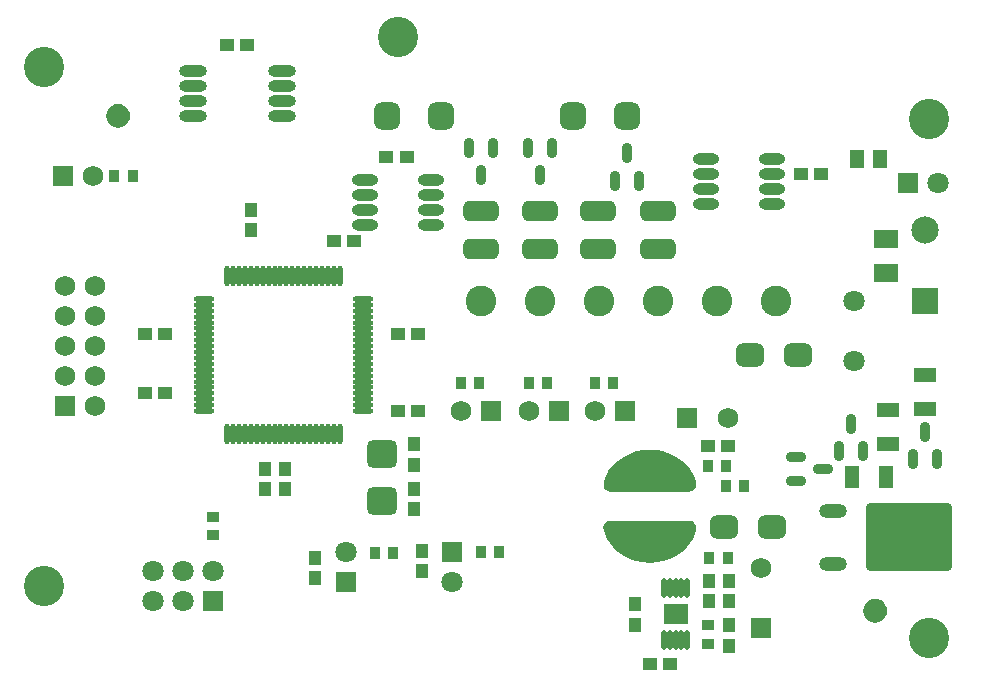
<source format=gts>
G04 Layer_Color=8388736*
%FSLAX24Y24*%
%MOIN*%
G70*
G01*
G75*
G04:AMPARAMS|DCode=63|XSize=287.5mil|YSize=226.5mil|CornerRadius=14.9mil|HoleSize=0mil|Usage=FLASHONLY|Rotation=0.000|XOffset=0mil|YOffset=0mil|HoleType=Round|Shape=RoundedRectangle|*
%AMROUNDEDRECTD63*
21,1,0.2875,0.1967,0,0,0.0*
21,1,0.2577,0.2265,0,0,0.0*
1,1,0.0299,0.1288,-0.0983*
1,1,0.0299,-0.1288,-0.0983*
1,1,0.0299,-0.1288,0.0983*
1,1,0.0299,0.1288,0.0983*
%
%ADD63ROUNDEDRECTD63*%
%ADD64O,0.0926X0.0474*%
%ADD65R,0.0356X0.0434*%
%ADD66O,0.0930X0.0375*%
%ADD67R,0.0474X0.0434*%
%ADD68R,0.0434X0.0474*%
%ADD69O,0.0671X0.0198*%
%ADD70O,0.0198X0.0671*%
%ADD71R,0.0493X0.0769*%
%ADD72R,0.0769X0.0493*%
%ADD73O,0.0671X0.0361*%
%ADD74O,0.0361X0.0671*%
%ADD75R,0.0789X0.0631*%
G04:AMPARAMS|DCode=76|XSize=94.6mil|YSize=76.9mil|CornerRadius=21.2mil|HoleSize=0mil|Usage=FLASHONLY|Rotation=0.000|XOffset=0mil|YOffset=0mil|HoleType=Round|Shape=RoundedRectangle|*
%AMROUNDEDRECTD76*
21,1,0.0946,0.0344,0,0,0.0*
21,1,0.0522,0.0769,0,0,0.0*
1,1,0.0424,0.0261,-0.0172*
1,1,0.0424,-0.0261,-0.0172*
1,1,0.0424,-0.0261,0.0172*
1,1,0.0424,0.0261,0.0172*
%
%ADD76ROUNDEDRECTD76*%
%ADD77R,0.0434X0.0356*%
%ADD78O,0.0198X0.0651*%
%ADD79R,0.0808X0.0690*%
G04:AMPARAMS|DCode=80|XSize=118.2mil|YSize=67.1mil|CornerRadius=18.8mil|HoleSize=0mil|Usage=FLASHONLY|Rotation=0.000|XOffset=0mil|YOffset=0mil|HoleType=Round|Shape=RoundedRectangle|*
%AMROUNDEDRECTD80*
21,1,0.1182,0.0295,0,0,0.0*
21,1,0.0807,0.0671,0,0,0.0*
1,1,0.0375,0.0404,-0.0148*
1,1,0.0375,-0.0404,-0.0148*
1,1,0.0375,-0.0404,0.0148*
1,1,0.0375,0.0404,0.0148*
%
%ADD80ROUNDEDRECTD80*%
%ADD81O,0.0880X0.0375*%
G04:AMPARAMS|DCode=82|XSize=98.6mil|YSize=90.7mil|CornerRadius=16.4mil|HoleSize=0mil|Usage=FLASHONLY|Rotation=180.000|XOffset=0mil|YOffset=0mil|HoleType=Round|Shape=RoundedRectangle|*
%AMROUNDEDRECTD82*
21,1,0.0986,0.0579,0,0,180.0*
21,1,0.0657,0.0907,0,0,180.0*
1,1,0.0328,-0.0329,0.0289*
1,1,0.0328,0.0329,0.0289*
1,1,0.0328,0.0329,-0.0289*
1,1,0.0328,-0.0329,-0.0289*
%
%ADD82ROUNDEDRECTD82*%
%ADD83R,0.0493X0.0631*%
G04:AMPARAMS|DCode=84|XSize=90.7mil|YSize=86.7mil|CornerRadius=23.7mil|HoleSize=0mil|Usage=FLASHONLY|Rotation=270.000|XOffset=0mil|YOffset=0mil|HoleType=Round|Shape=RoundedRectangle|*
%AMROUNDEDRECTD84*
21,1,0.0907,0.0394,0,0,270.0*
21,1,0.0433,0.0867,0,0,270.0*
1,1,0.0474,-0.0197,-0.0217*
1,1,0.0474,-0.0197,0.0217*
1,1,0.0474,0.0197,0.0217*
1,1,0.0474,0.0197,-0.0217*
%
%ADD84ROUNDEDRECTD84*%
%ADD85C,0.1340*%
%ADD86R,0.0710X0.0710*%
%ADD87C,0.0710*%
%ADD88C,0.0680*%
%ADD89R,0.0680X0.0680*%
%ADD90R,0.0907X0.0907*%
%ADD91C,0.0907*%
%ADD92R,0.0680X0.0680*%
%ADD93R,0.0710X0.0710*%
%ADD94C,0.1025*%
G36*
X26914Y44626D02*
X27010Y44586D01*
X27092Y44523D01*
X27155Y44441D01*
X27195Y44345D01*
X27208Y44242D01*
X27195Y44139D01*
X27155Y44044D01*
X27092Y43961D01*
X27010Y43898D01*
X26914Y43859D01*
X26811Y43845D01*
X26708Y43859D01*
X26612Y43898D01*
X26530Y43961D01*
X26467Y44044D01*
X26427Y44139D01*
X26414Y44242D01*
X26427Y44345D01*
X26467Y44441D01*
X26530Y44523D01*
X26612Y44586D01*
X26708Y44626D01*
X26811Y44639D01*
X26914Y44626D01*
D02*
G37*
G36*
X44763Y33101D02*
X44765Y33100D01*
X44768Y33100D01*
X44987Y33056D01*
X44989Y33054D01*
X44992Y33055D01*
X45203Y32982D01*
X45205Y32980D01*
X45208Y32980D01*
X45407Y32879D01*
X45409Y32877D01*
X45412Y32876D01*
X45596Y32751D01*
X45598Y32748D01*
X45601Y32747D01*
X45766Y32598D01*
X45767Y32597D01*
X45768Y32596D01*
X45771Y32594D01*
X45771Y32592D01*
X45773Y32591D01*
X45878Y32465D01*
X45879Y32461D01*
X45882Y32459D01*
X45966Y32318D01*
X45967Y32314D01*
X45969Y32312D01*
X46031Y32159D01*
X46030Y32157D01*
X46032Y32156D01*
X46074Y32022D01*
X46073Y32017D01*
X46075Y32014D01*
X46084Y31941D01*
X46082Y31933D01*
X46083Y31925D01*
X46064Y31854D01*
X46059Y31847D01*
X46057Y31839D01*
X46013Y31780D01*
X46006Y31776D01*
X46002Y31769D01*
X45939Y31730D01*
X45931Y31728D01*
X45924Y31724D01*
X45852Y31710D01*
X45848Y31711D01*
X45844Y31709D01*
X43239D01*
X43235Y31711D01*
X43230Y31710D01*
X43156Y31724D01*
X43149Y31729D01*
X43141Y31730D01*
X43077Y31771D01*
X43072Y31777D01*
X43065Y31782D01*
X43021Y31842D01*
X43019Y31850D01*
X43014Y31857D01*
X42994Y31930D01*
X42995Y31938D01*
X42993Y31946D01*
X43002Y32021D01*
X43004Y32025D01*
X43004Y32029D01*
X43044Y32159D01*
X43045Y32160D01*
X43045Y32162D01*
X43106Y32313D01*
X43108Y32315D01*
X43109Y32319D01*
X43192Y32458D01*
X43195Y32461D01*
X43196Y32464D01*
X43300Y32589D01*
X43301Y32590D01*
X43302Y32592D01*
X43307Y32596D01*
X43308Y32597D01*
X43309Y32598D01*
X43474Y32747D01*
X43477Y32748D01*
X43479Y32751D01*
X43663Y32876D01*
X43666Y32877D01*
X43668Y32879D01*
X43867Y32980D01*
X43870Y32980D01*
X43872Y32982D01*
X44083Y33055D01*
X44086Y33054D01*
X44088Y33056D01*
X44307Y33100D01*
X44309Y33100D01*
X44312Y33101D01*
X44535Y33116D01*
X44537Y33115D01*
X44540Y33116D01*
X44763Y33101D01*
D02*
G37*
G36*
X45840Y30750D02*
X45844Y30750D01*
X45919Y30736D01*
X45926Y30732D01*
X45934Y30730D01*
X45998Y30690D01*
X46002Y30683D01*
X46009Y30679D01*
X46054Y30618D01*
X46056Y30610D01*
X46061Y30604D01*
X46080Y30531D01*
X46079Y30522D01*
X46082Y30514D01*
X46073Y30439D01*
X46071Y30436D01*
X46071Y30431D01*
X46031Y30302D01*
X46030Y30301D01*
X46030Y30299D01*
X45969Y30148D01*
X45967Y30145D01*
X45966Y30142D01*
X45883Y30002D01*
X45880Y30000D01*
X45879Y29997D01*
X45775Y29872D01*
X45773Y29871D01*
X45773Y29869D01*
X45768Y29864D01*
X45767Y29864D01*
X45766Y29863D01*
X45601Y29713D01*
X45598Y29712D01*
X45596Y29710D01*
X45412Y29584D01*
X45409Y29584D01*
X45407Y29581D01*
X45208Y29481D01*
X45205Y29481D01*
X45203Y29479D01*
X44992Y29406D01*
X44989Y29406D01*
X44987Y29405D01*
X44768Y29360D01*
X44765Y29361D01*
X44763Y29360D01*
X44540Y29345D01*
X44537Y29346D01*
X44535Y29345D01*
X44312Y29360D01*
X44309Y29361D01*
X44307Y29360D01*
X44088Y29405D01*
X44086Y29406D01*
X44083Y29406D01*
X43872Y29479D01*
X43870Y29481D01*
X43867Y29481D01*
X43668Y29581D01*
X43666Y29584D01*
X43663Y29584D01*
X43479Y29710D01*
X43477Y29712D01*
X43474Y29713D01*
X43309Y29863D01*
X43308Y29864D01*
X43307Y29865D01*
X43304Y29867D01*
X43304Y29869D01*
X43302Y29869D01*
X43197Y29996D01*
X43196Y29999D01*
X43193Y30001D01*
X43109Y30143D01*
X43108Y30146D01*
X43106Y30149D01*
X43044Y30302D01*
X43044Y30304D01*
X43043Y30305D01*
X43001Y30439D01*
X43002Y30443D01*
X43000Y30447D01*
X42991Y30520D01*
X42993Y30528D01*
X42992Y30536D01*
X43011Y30607D01*
X43016Y30613D01*
X43018Y30621D01*
X43061Y30681D01*
X43068Y30685D01*
X43073Y30692D01*
X43135Y30731D01*
X43143Y30732D01*
X43150Y30737D01*
X43222Y30750D01*
X43227Y30750D01*
X43231Y30751D01*
X45836D01*
X45840Y30750D01*
D02*
G37*
G36*
X52150Y28130D02*
X52246Y28090D01*
X52328Y28027D01*
X52391Y27945D01*
X52431Y27849D01*
X52444Y27746D01*
X52431Y27643D01*
X52391Y27548D01*
X52328Y27465D01*
X52246Y27402D01*
X52150Y27362D01*
X52047Y27349D01*
X51944Y27362D01*
X51849Y27402D01*
X51766Y27465D01*
X51703Y27548D01*
X51664Y27643D01*
X51650Y27746D01*
X51664Y27849D01*
X51703Y27945D01*
X51766Y28027D01*
X51849Y28090D01*
X51944Y28130D01*
X52047Y28143D01*
X52150Y28130D01*
D02*
G37*
D63*
X53189Y30187D02*
D03*
D64*
X50630Y31085D02*
D03*
Y29289D02*
D03*
D65*
X26683Y42234D02*
D03*
X27293D02*
D03*
X35364Y29685D02*
D03*
X35974D02*
D03*
X47126Y29498D02*
D03*
X46516D02*
D03*
X47687Y31890D02*
D03*
X47077D02*
D03*
X47077Y32579D02*
D03*
X46467D02*
D03*
X38248Y35344D02*
D03*
X38858D02*
D03*
X40502D02*
D03*
X41112D02*
D03*
X42707D02*
D03*
X43317D02*
D03*
X38898Y29705D02*
D03*
X39508D02*
D03*
D66*
X32261Y44738D02*
D03*
X29311D02*
D03*
X32261Y45738D02*
D03*
Y45238D02*
D03*
Y44238D02*
D03*
X29311Y45738D02*
D03*
Y45238D02*
D03*
Y44238D02*
D03*
D67*
X31122Y46614D02*
D03*
X30453D02*
D03*
X34665Y40079D02*
D03*
X33996D02*
D03*
X27697Y34990D02*
D03*
X28366D02*
D03*
X36811Y34400D02*
D03*
X36142D02*
D03*
X27697Y36959D02*
D03*
X28366D02*
D03*
X45197Y25965D02*
D03*
X44528D02*
D03*
X46467Y33248D02*
D03*
X47136D02*
D03*
X36427Y42884D02*
D03*
X35758D02*
D03*
X36811Y36959D02*
D03*
X36142D02*
D03*
X50236Y42303D02*
D03*
X49567D02*
D03*
D68*
X36959Y29724D02*
D03*
Y29055D02*
D03*
X44055Y27953D02*
D03*
Y27283D02*
D03*
X47185Y26585D02*
D03*
Y27254D02*
D03*
X47185Y28740D02*
D03*
Y28071D02*
D03*
X46516Y28740D02*
D03*
Y28071D02*
D03*
X31703Y31811D02*
D03*
Y32480D02*
D03*
X32382Y31811D02*
D03*
Y32480D02*
D03*
X33376Y28848D02*
D03*
Y29518D02*
D03*
X36683Y31811D02*
D03*
Y31142D02*
D03*
Y32618D02*
D03*
Y33287D02*
D03*
X31240Y41102D02*
D03*
Y40433D02*
D03*
D69*
X29685Y34400D02*
D03*
Y37156D02*
D03*
Y37352D02*
D03*
X34961D02*
D03*
Y37156D02*
D03*
Y34400D02*
D03*
X29685Y37549D02*
D03*
Y37746D02*
D03*
Y37943D02*
D03*
Y38140D02*
D03*
X34961D02*
D03*
Y37943D02*
D03*
Y37746D02*
D03*
Y37549D02*
D03*
X29685Y34596D02*
D03*
Y34793D02*
D03*
Y34990D02*
D03*
Y35187D02*
D03*
Y35384D02*
D03*
Y35581D02*
D03*
Y35778D02*
D03*
Y35974D02*
D03*
Y36171D02*
D03*
Y36368D02*
D03*
Y36565D02*
D03*
Y36762D02*
D03*
Y36959D02*
D03*
X34961D02*
D03*
Y36762D02*
D03*
Y36565D02*
D03*
Y36368D02*
D03*
Y36171D02*
D03*
Y35974D02*
D03*
Y35778D02*
D03*
Y35581D02*
D03*
Y35384D02*
D03*
Y35187D02*
D03*
Y34990D02*
D03*
Y34793D02*
D03*
Y34596D02*
D03*
D70*
X32224Y38907D02*
D03*
X32421D02*
D03*
Y33632D02*
D03*
X32224D02*
D03*
X30453Y38907D02*
D03*
X30650D02*
D03*
X30846D02*
D03*
X31043D02*
D03*
X31240D02*
D03*
X31437D02*
D03*
X31634D02*
D03*
X31831D02*
D03*
X32028D02*
D03*
X32618D02*
D03*
X32815D02*
D03*
X33012D02*
D03*
X33209D02*
D03*
X33406D02*
D03*
X33602D02*
D03*
X33799D02*
D03*
X33996D02*
D03*
X34193D02*
D03*
X32028Y33632D02*
D03*
X31831D02*
D03*
X31634D02*
D03*
X31437D02*
D03*
X31240D02*
D03*
X31043D02*
D03*
X30846D02*
D03*
X30650D02*
D03*
X30453D02*
D03*
X34193D02*
D03*
X33996D02*
D03*
X33799D02*
D03*
X33602D02*
D03*
X33406D02*
D03*
X33209D02*
D03*
X33012D02*
D03*
X32815D02*
D03*
X32618D02*
D03*
D71*
X51260Y32205D02*
D03*
X52402D02*
D03*
D72*
X52490Y34449D02*
D03*
Y33307D02*
D03*
X53701Y35600D02*
D03*
Y34459D02*
D03*
D73*
X49395Y32854D02*
D03*
Y32054D02*
D03*
X50305Y32454D02*
D03*
D74*
X53297Y32800D02*
D03*
X54097D02*
D03*
X53697Y33710D02*
D03*
X50837Y33066D02*
D03*
X51637D02*
D03*
X51237Y33976D02*
D03*
X43376Y42082D02*
D03*
X44176D02*
D03*
X43776Y42992D02*
D03*
X40460Y43164D02*
D03*
X41260D02*
D03*
X40860Y42254D02*
D03*
X38501Y43164D02*
D03*
X39301D02*
D03*
X38901Y42254D02*
D03*
D75*
X52421Y39006D02*
D03*
Y40148D02*
D03*
D76*
X49488Y36280D02*
D03*
X47874D02*
D03*
X47008Y30541D02*
D03*
X48622D02*
D03*
D77*
X46476Y27254D02*
D03*
Y26644D02*
D03*
X29961Y30876D02*
D03*
Y30266D02*
D03*
D78*
X45000Y26772D02*
D03*
X45197D02*
D03*
X45394D02*
D03*
X45591D02*
D03*
X45787D02*
D03*
Y28504D02*
D03*
X45591D02*
D03*
X45394D02*
D03*
X45197D02*
D03*
X45000D02*
D03*
D79*
X45394Y27638D02*
D03*
D80*
X42825Y41063D02*
D03*
Y39803D02*
D03*
X44803Y41063D02*
D03*
Y39803D02*
D03*
X40866Y41063D02*
D03*
Y39803D02*
D03*
X38898Y41063D02*
D03*
Y39803D02*
D03*
D81*
X37230Y41116D02*
D03*
X35030D02*
D03*
X37230Y40616D02*
D03*
X35030D02*
D03*
X37230Y42116D02*
D03*
Y41616D02*
D03*
X35030D02*
D03*
Y42116D02*
D03*
X46422Y42289D02*
D03*
X48622D02*
D03*
X46422Y42789D02*
D03*
X48622D02*
D03*
X46422Y41289D02*
D03*
Y41789D02*
D03*
X48622D02*
D03*
Y41289D02*
D03*
D82*
X35610Y31398D02*
D03*
Y32972D02*
D03*
D83*
X52205Y42815D02*
D03*
X51457D02*
D03*
D84*
X35768Y44222D02*
D03*
X37579D02*
D03*
X41968D02*
D03*
X43780D02*
D03*
D85*
X24328Y28554D02*
D03*
Y45876D02*
D03*
X53856Y26821D02*
D03*
Y44144D02*
D03*
X36139Y46880D02*
D03*
D86*
X29961Y28071D02*
D03*
X53149Y42008D02*
D03*
D87*
X28961Y28071D02*
D03*
X29961Y29071D02*
D03*
X28961D02*
D03*
X27961Y28071D02*
D03*
Y29071D02*
D03*
X51358Y38073D02*
D03*
Y36073D02*
D03*
X34419Y29691D02*
D03*
X37943Y28715D02*
D03*
X54149Y42008D02*
D03*
D88*
X26039Y36567D02*
D03*
X25039D02*
D03*
X26039Y37567D02*
D03*
Y38567D02*
D03*
Y34567D02*
D03*
Y35567D02*
D03*
X25039Y37567D02*
D03*
Y38567D02*
D03*
Y35567D02*
D03*
X42711Y34390D02*
D03*
X38242D02*
D03*
X40506D02*
D03*
X47146Y34183D02*
D03*
X48228Y29175D02*
D03*
X25970Y42244D02*
D03*
D89*
X25039Y34567D02*
D03*
X48228Y27175D02*
D03*
D90*
X53701Y38081D02*
D03*
D91*
Y40443D02*
D03*
D92*
X43711Y34390D02*
D03*
X39242D02*
D03*
X41506D02*
D03*
X45768Y34183D02*
D03*
X24970Y42244D02*
D03*
D93*
X34419Y28691D02*
D03*
X37943Y29715D02*
D03*
D94*
X46772Y38081D02*
D03*
X48740D02*
D03*
X42835D02*
D03*
X44803D02*
D03*
X38898D02*
D03*
X40866D02*
D03*
M02*

</source>
